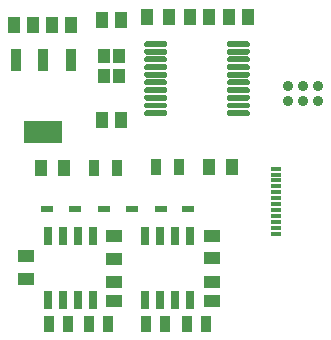
<source format=gbr>
%TF.GenerationSoftware,KiCad,Pcbnew,(5.1.12-1-g0a0a2da680)-1*%
%TF.CreationDate,2022-06-30T22:32:07+02:00*%
%TF.ProjectId,ThermoDeviceLogger,54686572-6d6f-4446-9576-6963654c6f67,rev?*%
%TF.SameCoordinates,Original*%
%TF.FileFunction,Paste,Top*%
%TF.FilePolarity,Positive*%
%FSLAX46Y46*%
G04 Gerber Fmt 4.6, Leading zero omitted, Abs format (unit mm)*
G04 Created by KiCad (PCBNEW (5.1.12-1-g0a0a2da680)-1) date 2022-06-30 22:32:07*
%MOMM*%
%LPD*%
G01*
G04 APERTURE LIST*
%ADD10R,1.000000X1.200000*%
%ADD11R,1.450000X1.000000*%
%ADD12R,1.000000X1.450000*%
%ADD13R,0.960000X1.390000*%
%ADD14R,0.900000X1.400000*%
%ADD15C,0.889000*%
%ADD16R,0.900000X0.300000*%
%ADD17R,0.650000X1.525000*%
%ADD18R,3.200000X1.950000*%
%ADD19R,0.900000X1.950000*%
%ADD20R,1.075000X0.500000*%
%ADD21R,1.470000X1.020000*%
%ADD22R,1.020000X1.470000*%
G04 APERTURE END LIST*
D10*
%TO.C,Y1*%
X103650000Y-57800000D03*
X103650000Y-59500000D03*
X102350000Y-59500000D03*
X102350000Y-57800000D03*
%TD*%
D11*
%TO.C,R6*%
X103250000Y-73100000D03*
X103250000Y-75000000D03*
%TD*%
%TO.C,R5*%
X95750000Y-74800000D03*
X95750000Y-76700000D03*
%TD*%
%TO.C,R4*%
X111500000Y-73050000D03*
X111500000Y-74950000D03*
%TD*%
D12*
%TO.C,R3*%
X111300000Y-67250000D03*
X113200000Y-67250000D03*
%TD*%
%TO.C,R2*%
X97050000Y-67290000D03*
X98950000Y-67290000D03*
%TD*%
%TO.C,R1*%
X106000000Y-54500000D03*
X107900000Y-54500000D03*
%TD*%
D13*
%TO.C,LFB2*%
X97690000Y-80500000D03*
X99310000Y-80500000D03*
%TD*%
%TO.C,LFB1*%
X101130000Y-80500000D03*
X102750000Y-80500000D03*
%TD*%
D14*
%TO.C,LED2*%
X108700000Y-67250000D03*
X106800000Y-67250000D03*
%TD*%
%TO.C,LED1*%
X101550000Y-67290000D03*
X103450000Y-67290000D03*
%TD*%
D15*
%TO.C,J2*%
X117980000Y-61635000D03*
X117980000Y-60365000D03*
X119250000Y-61635000D03*
X119250000Y-60365000D03*
X120520000Y-61635000D03*
X120520000Y-60365000D03*
%TD*%
D16*
%TO.C,J1*%
X116940000Y-67370000D03*
X116940000Y-67870000D03*
X116940000Y-68370000D03*
X116940000Y-68870000D03*
X116940000Y-69370000D03*
X116940000Y-69870000D03*
X116940000Y-70370000D03*
X116940000Y-70870000D03*
X116940000Y-71370000D03*
X116940000Y-71870000D03*
X116940000Y-72370000D03*
X116940000Y-72870000D03*
%TD*%
D17*
%TO.C,IC3*%
X105845000Y-73038000D03*
X107115000Y-73038000D03*
X108385000Y-73038000D03*
X109655000Y-73038000D03*
X109655000Y-78462000D03*
X108385000Y-78462000D03*
X107115000Y-78462000D03*
X105845000Y-78462000D03*
%TD*%
%TO.C,IC2*%
X97595000Y-73038000D03*
X98865000Y-73038000D03*
X100135000Y-73038000D03*
X101405000Y-73038000D03*
X101405000Y-78462000D03*
X100135000Y-78462000D03*
X98865000Y-78462000D03*
X97595000Y-78462000D03*
%TD*%
D18*
%TO.C,IC1*%
X97250000Y-64300000D03*
D19*
X94950000Y-58200000D03*
X97250000Y-58200000D03*
X99550000Y-58200000D03*
%TD*%
D13*
%TO.C,FB2*%
X105940000Y-80500000D03*
X107560000Y-80500000D03*
%TD*%
%TO.C,FB1*%
X109380000Y-80500000D03*
X111000000Y-80500000D03*
%TD*%
D20*
%TO.C,D3*%
X102382000Y-70750000D03*
X104706000Y-70750000D03*
%TD*%
%TO.C,D2*%
X109500000Y-70750000D03*
X107176000Y-70750000D03*
%TD*%
%TO.C,D1*%
X99912000Y-70750000D03*
X97588000Y-70750000D03*
%TD*%
D21*
%TO.C,C8*%
X111500000Y-78550000D03*
X111500000Y-76950000D03*
%TD*%
%TO.C,C7*%
X103250000Y-78600000D03*
X103250000Y-77000000D03*
%TD*%
D22*
%TO.C,C6*%
X103800000Y-63250000D03*
X102200000Y-63250000D03*
%TD*%
%TO.C,C5*%
X102200000Y-54750000D03*
X103800000Y-54750000D03*
%TD*%
%TO.C,C4*%
X114550000Y-54500000D03*
X112950000Y-54500000D03*
%TD*%
%TO.C,C3*%
X109700000Y-54500000D03*
X111300000Y-54500000D03*
%TD*%
%TO.C,C2*%
X96350000Y-55250000D03*
X94750000Y-55250000D03*
%TD*%
%TO.C,C1*%
X98000000Y-55250000D03*
X99600000Y-55250000D03*
%TD*%
%TO.C,U1*%
G36*
G01*
X112800000Y-56950000D02*
X112800000Y-56700000D01*
G75*
G02*
X112925000Y-56575000I125000J0D01*
G01*
X114575000Y-56575000D01*
G75*
G02*
X114700000Y-56700000I0J-125000D01*
G01*
X114700000Y-56950000D01*
G75*
G02*
X114575000Y-57075000I-125000J0D01*
G01*
X112925000Y-57075000D01*
G75*
G02*
X112800000Y-56950000I0J125000D01*
G01*
G37*
G36*
G01*
X112800000Y-57600000D02*
X112800000Y-57350000D01*
G75*
G02*
X112925000Y-57225000I125000J0D01*
G01*
X114575000Y-57225000D01*
G75*
G02*
X114700000Y-57350000I0J-125000D01*
G01*
X114700000Y-57600000D01*
G75*
G02*
X114575000Y-57725000I-125000J0D01*
G01*
X112925000Y-57725000D01*
G75*
G02*
X112800000Y-57600000I0J125000D01*
G01*
G37*
G36*
G01*
X112800000Y-58250000D02*
X112800000Y-58000000D01*
G75*
G02*
X112925000Y-57875000I125000J0D01*
G01*
X114575000Y-57875000D01*
G75*
G02*
X114700000Y-58000000I0J-125000D01*
G01*
X114700000Y-58250000D01*
G75*
G02*
X114575000Y-58375000I-125000J0D01*
G01*
X112925000Y-58375000D01*
G75*
G02*
X112800000Y-58250000I0J125000D01*
G01*
G37*
G36*
G01*
X112800000Y-58900000D02*
X112800000Y-58650000D01*
G75*
G02*
X112925000Y-58525000I125000J0D01*
G01*
X114575000Y-58525000D01*
G75*
G02*
X114700000Y-58650000I0J-125000D01*
G01*
X114700000Y-58900000D01*
G75*
G02*
X114575000Y-59025000I-125000J0D01*
G01*
X112925000Y-59025000D01*
G75*
G02*
X112800000Y-58900000I0J125000D01*
G01*
G37*
G36*
G01*
X112800000Y-59550000D02*
X112800000Y-59300000D01*
G75*
G02*
X112925000Y-59175000I125000J0D01*
G01*
X114575000Y-59175000D01*
G75*
G02*
X114700000Y-59300000I0J-125000D01*
G01*
X114700000Y-59550000D01*
G75*
G02*
X114575000Y-59675000I-125000J0D01*
G01*
X112925000Y-59675000D01*
G75*
G02*
X112800000Y-59550000I0J125000D01*
G01*
G37*
G36*
G01*
X112800000Y-60200000D02*
X112800000Y-59950000D01*
G75*
G02*
X112925000Y-59825000I125000J0D01*
G01*
X114575000Y-59825000D01*
G75*
G02*
X114700000Y-59950000I0J-125000D01*
G01*
X114700000Y-60200000D01*
G75*
G02*
X114575000Y-60325000I-125000J0D01*
G01*
X112925000Y-60325000D01*
G75*
G02*
X112800000Y-60200000I0J125000D01*
G01*
G37*
G36*
G01*
X112800000Y-60850000D02*
X112800000Y-60600000D01*
G75*
G02*
X112925000Y-60475000I125000J0D01*
G01*
X114575000Y-60475000D01*
G75*
G02*
X114700000Y-60600000I0J-125000D01*
G01*
X114700000Y-60850000D01*
G75*
G02*
X114575000Y-60975000I-125000J0D01*
G01*
X112925000Y-60975000D01*
G75*
G02*
X112800000Y-60850000I0J125000D01*
G01*
G37*
G36*
G01*
X112800000Y-61500000D02*
X112800000Y-61250000D01*
G75*
G02*
X112925000Y-61125000I125000J0D01*
G01*
X114575000Y-61125000D01*
G75*
G02*
X114700000Y-61250000I0J-125000D01*
G01*
X114700000Y-61500000D01*
G75*
G02*
X114575000Y-61625000I-125000J0D01*
G01*
X112925000Y-61625000D01*
G75*
G02*
X112800000Y-61500000I0J125000D01*
G01*
G37*
G36*
G01*
X112800000Y-62150000D02*
X112800000Y-61900000D01*
G75*
G02*
X112925000Y-61775000I125000J0D01*
G01*
X114575000Y-61775000D01*
G75*
G02*
X114700000Y-61900000I0J-125000D01*
G01*
X114700000Y-62150000D01*
G75*
G02*
X114575000Y-62275000I-125000J0D01*
G01*
X112925000Y-62275000D01*
G75*
G02*
X112800000Y-62150000I0J125000D01*
G01*
G37*
G36*
G01*
X112800000Y-62800000D02*
X112800000Y-62550000D01*
G75*
G02*
X112925000Y-62425000I125000J0D01*
G01*
X114575000Y-62425000D01*
G75*
G02*
X114700000Y-62550000I0J-125000D01*
G01*
X114700000Y-62800000D01*
G75*
G02*
X114575000Y-62925000I-125000J0D01*
G01*
X112925000Y-62925000D01*
G75*
G02*
X112800000Y-62800000I0J125000D01*
G01*
G37*
G36*
G01*
X105800000Y-62800000D02*
X105800000Y-62550000D01*
G75*
G02*
X105925000Y-62425000I125000J0D01*
G01*
X107575000Y-62425000D01*
G75*
G02*
X107700000Y-62550000I0J-125000D01*
G01*
X107700000Y-62800000D01*
G75*
G02*
X107575000Y-62925000I-125000J0D01*
G01*
X105925000Y-62925000D01*
G75*
G02*
X105800000Y-62800000I0J125000D01*
G01*
G37*
G36*
G01*
X105800000Y-62150000D02*
X105800000Y-61900000D01*
G75*
G02*
X105925000Y-61775000I125000J0D01*
G01*
X107575000Y-61775000D01*
G75*
G02*
X107700000Y-61900000I0J-125000D01*
G01*
X107700000Y-62150000D01*
G75*
G02*
X107575000Y-62275000I-125000J0D01*
G01*
X105925000Y-62275000D01*
G75*
G02*
X105800000Y-62150000I0J125000D01*
G01*
G37*
G36*
G01*
X105800000Y-61500000D02*
X105800000Y-61250000D01*
G75*
G02*
X105925000Y-61125000I125000J0D01*
G01*
X107575000Y-61125000D01*
G75*
G02*
X107700000Y-61250000I0J-125000D01*
G01*
X107700000Y-61500000D01*
G75*
G02*
X107575000Y-61625000I-125000J0D01*
G01*
X105925000Y-61625000D01*
G75*
G02*
X105800000Y-61500000I0J125000D01*
G01*
G37*
G36*
G01*
X105800000Y-60850000D02*
X105800000Y-60600000D01*
G75*
G02*
X105925000Y-60475000I125000J0D01*
G01*
X107575000Y-60475000D01*
G75*
G02*
X107700000Y-60600000I0J-125000D01*
G01*
X107700000Y-60850000D01*
G75*
G02*
X107575000Y-60975000I-125000J0D01*
G01*
X105925000Y-60975000D01*
G75*
G02*
X105800000Y-60850000I0J125000D01*
G01*
G37*
G36*
G01*
X105800000Y-60200000D02*
X105800000Y-59950000D01*
G75*
G02*
X105925000Y-59825000I125000J0D01*
G01*
X107575000Y-59825000D01*
G75*
G02*
X107700000Y-59950000I0J-125000D01*
G01*
X107700000Y-60200000D01*
G75*
G02*
X107575000Y-60325000I-125000J0D01*
G01*
X105925000Y-60325000D01*
G75*
G02*
X105800000Y-60200000I0J125000D01*
G01*
G37*
G36*
G01*
X105800000Y-59550000D02*
X105800000Y-59300000D01*
G75*
G02*
X105925000Y-59175000I125000J0D01*
G01*
X107575000Y-59175000D01*
G75*
G02*
X107700000Y-59300000I0J-125000D01*
G01*
X107700000Y-59550000D01*
G75*
G02*
X107575000Y-59675000I-125000J0D01*
G01*
X105925000Y-59675000D01*
G75*
G02*
X105800000Y-59550000I0J125000D01*
G01*
G37*
G36*
G01*
X105800000Y-58900000D02*
X105800000Y-58650000D01*
G75*
G02*
X105925000Y-58525000I125000J0D01*
G01*
X107575000Y-58525000D01*
G75*
G02*
X107700000Y-58650000I0J-125000D01*
G01*
X107700000Y-58900000D01*
G75*
G02*
X107575000Y-59025000I-125000J0D01*
G01*
X105925000Y-59025000D01*
G75*
G02*
X105800000Y-58900000I0J125000D01*
G01*
G37*
G36*
G01*
X105800000Y-58250000D02*
X105800000Y-58000000D01*
G75*
G02*
X105925000Y-57875000I125000J0D01*
G01*
X107575000Y-57875000D01*
G75*
G02*
X107700000Y-58000000I0J-125000D01*
G01*
X107700000Y-58250000D01*
G75*
G02*
X107575000Y-58375000I-125000J0D01*
G01*
X105925000Y-58375000D01*
G75*
G02*
X105800000Y-58250000I0J125000D01*
G01*
G37*
G36*
G01*
X105800000Y-57600000D02*
X105800000Y-57350000D01*
G75*
G02*
X105925000Y-57225000I125000J0D01*
G01*
X107575000Y-57225000D01*
G75*
G02*
X107700000Y-57350000I0J-125000D01*
G01*
X107700000Y-57600000D01*
G75*
G02*
X107575000Y-57725000I-125000J0D01*
G01*
X105925000Y-57725000D01*
G75*
G02*
X105800000Y-57600000I0J125000D01*
G01*
G37*
G36*
G01*
X105800000Y-56950000D02*
X105800000Y-56700000D01*
G75*
G02*
X105925000Y-56575000I125000J0D01*
G01*
X107575000Y-56575000D01*
G75*
G02*
X107700000Y-56700000I0J-125000D01*
G01*
X107700000Y-56950000D01*
G75*
G02*
X107575000Y-57075000I-125000J0D01*
G01*
X105925000Y-57075000D01*
G75*
G02*
X105800000Y-56950000I0J125000D01*
G01*
G37*
%TD*%
M02*

</source>
